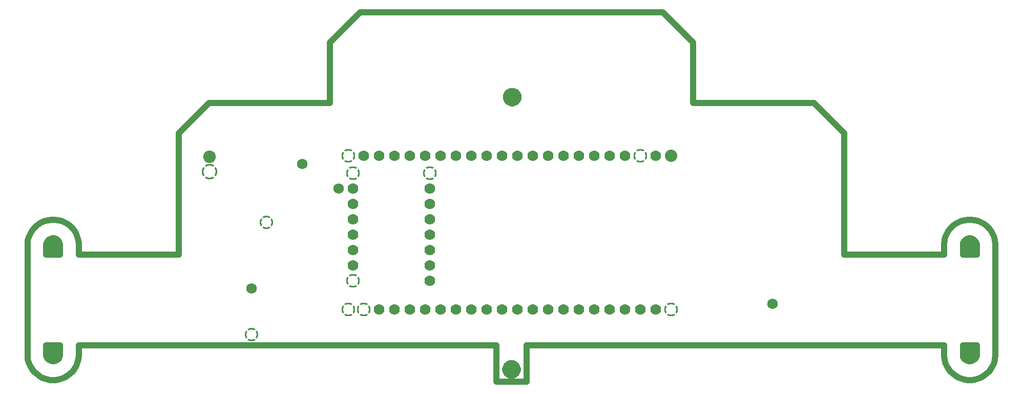
<source format=gbr>
%TF.GenerationSoftware,Altium Limited,Altium Designer,24.7.2 (38)*%
G04 Layer_Physical_Order=2*
G04 Layer_Color=32768*
%FSLAX45Y45*%
%MOMM*%
%TF.SameCoordinates,4658354D-353F-4C49-8F46-90FD7368F250*%
%TF.FilePolarity,Negative*%
%TF.FileFunction,Copper,L2,Inr,Plane*%
%TF.Part,Single*%
G01*
G75*
%TA.AperFunction,NonConductor*%
%ADD25C,1.01600*%
%TA.AperFunction,ComponentPad*%
%ADD26C,2.06600*%
G04:AMPARAMS|DCode=27|XSize=2.574mm|YSize=2.574mm|CornerRadius=0mm|HoleSize=0mm|Usage=FLASHONLY|Rotation=0.000|XOffset=0mm|YOffset=0mm|HoleType=Round|Shape=Relief|Width=0.254mm|Gap=0.254mm|Entries=4|*
%AMTHD27*
7,0,0,2.57400,2.06600,0.25400,45*
%
%ADD27THD27*%
%ADD28C,1.77800*%
G04:AMPARAMS|DCode=29|XSize=2.286mm|YSize=2.286mm|CornerRadius=0mm|HoleSize=0mm|Usage=FLASHONLY|Rotation=0.000|XOffset=0mm|YOffset=0mm|HoleType=Round|Shape=Relief|Width=0.254mm|Gap=0.254mm|Entries=4|*
%AMTHD29*
7,0,0,2.28600,1.77800,0.25400,45*
%
%ADD29THD29*%
%ADD30C,2.03200*%
%TA.AperFunction,ViaPad*%
%ADD31C,1.72720*%
G04:AMPARAMS|DCode=32|XSize=2.2352mm|YSize=2.2352mm|CornerRadius=0mm|HoleSize=0mm|Usage=FLASHONLY|Rotation=0.000|XOffset=0mm|YOffset=0mm|HoleType=Round|Shape=Relief|Width=0.254mm|Gap=0.254mm|Entries=4|*
%AMTHD32*
7,0,0,2.23520,1.72720,0.25400,45*
%
%ADD32THD32*%
G36*
X8361098Y6054861D02*
X8379752Y6047134D01*
X8396540Y6035917D01*
X8410817Y6021640D01*
X8422034Y6004852D01*
X8429761Y5986198D01*
X8433700Y5966395D01*
Y5956300D01*
Y5946205D01*
X8429761Y5926402D01*
X8422034Y5907748D01*
X8410817Y5890960D01*
X8396540Y5876683D01*
X8379752Y5865466D01*
X8361098Y5857739D01*
X8341295Y5853800D01*
X8321105D01*
X8301302Y5857739D01*
X8282648Y5865466D01*
X8265860Y5876683D01*
X8251583Y5890960D01*
X8240366Y5907748D01*
X8232639Y5926402D01*
X8228700Y5946205D01*
Y5956300D01*
Y5966395D01*
X8232639Y5986198D01*
X8240366Y6004852D01*
X8251583Y6021640D01*
X8265860Y6035917D01*
X8282648Y6047134D01*
X8301302Y6054861D01*
X8321105Y6058800D01*
X8341295D01*
X8361098Y6054861D01*
D02*
G37*
G36*
X15938252Y3615098D02*
X15964478Y3599958D01*
X15985889Y3578547D01*
X16001028Y3552323D01*
X16008865Y3523075D01*
Y3507935D01*
Y3357935D01*
X15778865D01*
Y3507935D01*
Y3523075D01*
X15786702Y3552323D01*
X15801842Y3578547D01*
X15823253Y3599958D01*
X15849477Y3615098D01*
X15878725Y3622935D01*
X15909006D01*
X15938252Y3615098D01*
D02*
G37*
G36*
X788253D02*
X814476Y3599958D01*
X835888Y3578547D01*
X851028Y3552323D01*
X858865Y3523075D01*
Y3507935D01*
Y3357935D01*
X628865D01*
Y3507935D01*
Y3523075D01*
X636702Y3552323D01*
X651842Y3578547D01*
X673253Y3599958D01*
X699476Y3615098D01*
X728725Y3622935D01*
X759005D01*
X788253Y3615098D01*
D02*
G37*
G36*
X16008865Y1707935D02*
Y1692795D01*
X16001028Y1663547D01*
X15985889Y1637323D01*
X15964478Y1615912D01*
X15938252Y1600772D01*
X15909006Y1592935D01*
X15878725D01*
X15849477Y1600772D01*
X15823253Y1615912D01*
X15801842Y1637323D01*
X15786702Y1663547D01*
X15778865Y1692795D01*
Y1707935D01*
Y1857935D01*
X16008865D01*
Y1707935D01*
D02*
G37*
G36*
X858865D02*
Y1692795D01*
X851028Y1663547D01*
X835888Y1637323D01*
X814476Y1615912D01*
X788253Y1600772D01*
X759005Y1592935D01*
X728725D01*
X699476Y1600772D01*
X673253Y1615912D01*
X651842Y1637323D01*
X636702Y1663547D01*
X628865Y1692795D01*
Y1707935D01*
Y1857935D01*
X858865D01*
Y1707935D01*
D02*
G37*
G36*
X8348763Y1556496D02*
X8367417Y1548769D01*
X8384205Y1537552D01*
X8398482Y1523275D01*
X8409699Y1506487D01*
X8417426Y1487833D01*
X8421365Y1468030D01*
Y1457935D01*
Y1447840D01*
X8417426Y1428037D01*
X8409699Y1409383D01*
X8398482Y1392595D01*
X8384205Y1378318D01*
X8367417Y1367101D01*
X8348763Y1359374D01*
X8328960Y1355435D01*
X8308770D01*
X8288967Y1359374D01*
X8270313Y1367101D01*
X8253525Y1378318D01*
X8239248Y1392595D01*
X8228031Y1409383D01*
X8220304Y1428037D01*
X8216365Y1447840D01*
Y1457935D01*
Y1468030D01*
X8220304Y1487833D01*
X8228031Y1506487D01*
X8239248Y1523275D01*
X8253525Y1537552D01*
X8270313Y1548769D01*
X8288967Y1556496D01*
X8308770Y1560435D01*
X8328960D01*
X8348763Y1556496D01*
D02*
G37*
D25*
X8328960Y1560435D02*
X8348763Y1556496D01*
X8367417Y1548769D01*
X8384205Y1537552D01*
X8398482Y1523275D01*
X8409699Y1506487D01*
X8417426Y1487833D01*
X8421365Y1468030D01*
Y1457935D02*
Y1468030D01*
Y1447840D02*
Y1457935D01*
X8417426Y1428037D02*
X8421365Y1447840D01*
X8409699Y1409383D02*
X8417426Y1428037D01*
X8398482Y1392595D02*
X8409699Y1409383D01*
X8384205Y1378318D02*
X8398482Y1392595D01*
X8367417Y1367101D02*
X8384205Y1378318D01*
X8348763Y1359374D02*
X8367417Y1367101D01*
X8328960Y1355435D02*
X8348763Y1359374D01*
X8308770Y1355435D02*
X8328960D01*
X8288967Y1359374D02*
X8308770Y1355435D01*
X8270313Y1367101D02*
X8288967Y1359374D01*
X8253525Y1378318D02*
X8270313Y1367101D01*
X8239248Y1392595D02*
X8253525Y1378318D01*
X8228031Y1409383D02*
X8239248Y1392595D01*
X8220304Y1428037D02*
X8228031Y1409383D01*
X8216365Y1447840D02*
X8220304Y1428037D01*
X8216365Y1447840D02*
Y1457935D01*
Y1468030D01*
X8220304Y1487833D01*
X8228031Y1506487D01*
X8239248Y1523275D01*
X8253525Y1537552D01*
X8270313Y1548769D01*
X8288967Y1556496D01*
X8308770Y1560435D01*
X8328960D01*
X8341295Y6058800D02*
X8361098Y6054861D01*
X8379752Y6047134D01*
X8396540Y6035917D01*
X8410817Y6021640D01*
X8422034Y6004852D01*
X8429761Y5986198D01*
X8433700Y5966395D01*
Y5956300D02*
Y5966395D01*
Y5946205D02*
Y5956300D01*
X8429761Y5926402D02*
X8433700Y5946205D01*
X8422034Y5907748D02*
X8429761Y5926402D01*
X8410817Y5890960D02*
X8422034Y5907748D01*
X8396540Y5876683D02*
X8410817Y5890960D01*
X8379752Y5865466D02*
X8396540Y5876683D01*
X8361098Y5857739D02*
X8379752Y5865466D01*
X8341295Y5853800D02*
X8361098Y5857739D01*
X8321105Y5853800D02*
X8341295D01*
X8301302Y5857739D02*
X8321105Y5853800D01*
X8282648Y5865466D02*
X8301302Y5857739D01*
X8265860Y5876683D02*
X8282648Y5865466D01*
X8251583Y5890960D02*
X8265860Y5876683D01*
X8240366Y5907748D02*
X8251583Y5890960D01*
X8232639Y5926402D02*
X8240366Y5907748D01*
X8228700Y5946205D02*
X8232639Y5926402D01*
X8228700Y5946205D02*
Y5956300D01*
Y5966395D01*
X8232639Y5986198D01*
X8240366Y6004852D01*
X8251583Y6021640D01*
X8265860Y6035917D01*
X8282648Y6047134D01*
X8301302Y6054861D01*
X8321105Y6058800D01*
X8341295D01*
X16008865Y1707935D02*
Y1857935D01*
Y1692795D02*
Y1707935D01*
X16001028Y1663547D02*
X16008865Y1692795D01*
X15985889Y1637323D02*
X16001028Y1663547D01*
X15964478Y1615912D02*
X15985889Y1637323D01*
X15938252Y1600772D02*
X15964478Y1615912D01*
X15909006Y1592935D02*
X15938252Y1600772D01*
X15878725Y1592935D02*
X15909006D01*
X15849477Y1600772D02*
X15878725Y1592935D01*
X15823253Y1615912D02*
X15849477Y1600772D01*
X15801842Y1637323D02*
X15823253Y1615912D01*
X15786702Y1663547D02*
X15801842Y1637323D01*
X15778865Y1692795D02*
X15786702Y1663547D01*
X15778865Y1692795D02*
Y1707935D01*
Y1857935D01*
X16008865D01*
X15909006Y3622935D02*
X15938252Y3615098D01*
X15964478Y3599958D01*
X15985889Y3578547D01*
X16001028Y3552323D01*
X16008865Y3523075D01*
Y3507935D02*
Y3523075D01*
Y3357935D02*
Y3507935D01*
X15778865Y3357935D02*
X16008865D01*
X15778865D02*
Y3507935D01*
Y3523075D01*
X15786702Y3552323D01*
X15801842Y3578547D01*
X15823253Y3599958D01*
X15849477Y3615098D01*
X15878725Y3622935D01*
X15909006D01*
X858865Y1707935D02*
Y1857935D01*
Y1692795D02*
Y1707935D01*
X851028Y1663547D02*
X858865Y1692795D01*
X835888Y1637323D02*
X851028Y1663547D01*
X814476Y1615912D02*
X835888Y1637323D01*
X788253Y1600772D02*
X814476Y1615912D01*
X759005Y1592935D02*
X788253Y1600772D01*
X728725Y1592935D02*
X759005D01*
X699476Y1600772D02*
X728725Y1592935D01*
X673253Y1615912D02*
X699476Y1600772D01*
X651842Y1637323D02*
X673253Y1615912D01*
X636702Y1663547D02*
X651842Y1637323D01*
X628865Y1692795D02*
X636702Y1663547D01*
X628865Y1692795D02*
Y1707935D01*
Y1857935D01*
X858865D01*
X759005Y3622935D02*
X788253Y3615098D01*
X814476Y3599958D01*
X835888Y3578547D01*
X851028Y3552323D01*
X858865Y3523075D01*
Y3507935D02*
Y3523075D01*
Y3357935D02*
Y3507935D01*
X628865Y3357935D02*
X858865D01*
X628865D02*
Y3507935D01*
Y3523075D01*
X636702Y3552323D01*
X651842Y3578547D01*
X673253Y3599958D01*
X699476Y3615098D01*
X728725Y3622935D01*
X759005D01*
X1168865Y3535791D02*
X1168865Y3507935D01*
X1161593Y3591026D02*
X1168865Y3535791D01*
X1147173Y3644840D02*
X1161593Y3591026D01*
X1125853Y3696311D02*
X1147173Y3644840D01*
X1097998Y3744559D02*
X1125853Y3696311D01*
X1064082Y3788758D02*
X1097998Y3744559D01*
X1024688Y3828152D02*
X1064082Y3788758D01*
X980489Y3862068D02*
X1024688Y3828152D01*
X932241Y3889924D02*
X980489Y3862068D01*
X880770Y3911244D02*
X932241Y3889924D01*
X826956Y3925663D02*
X880770Y3911244D01*
X771721Y3932935D02*
X826956Y3925663D01*
X716009Y3932935D02*
X771721D01*
X660773Y3925663D02*
X716009Y3932935D01*
X606960Y3911244D02*
X660773Y3925663D01*
X555489Y3889924D02*
X606960Y3911244D01*
X507241Y3862068D02*
X555489Y3889924D01*
X463041Y3828152D02*
X507241Y3862068D01*
X423647Y3788758D02*
X463041Y3828152D01*
X389732Y3744559D02*
X423647Y3788758D01*
X361876Y3696311D02*
X389732Y3744559D01*
X340556Y3644840D02*
X361876Y3696311D01*
X326137Y3591026D02*
X340556Y3644840D01*
X318865Y3535791D02*
X326137Y3591026D01*
X318865Y3507935D02*
Y3535791D01*
X318865Y1680079D02*
Y1707935D01*
Y1680079D02*
X326137Y1624844D01*
X340556Y1571030D01*
X361876Y1519559D01*
X389732Y1471311D01*
X423648Y1427112D01*
X463042Y1387718D01*
X507241Y1353802D01*
X555489Y1325946D01*
X606960Y1304626D01*
X660774Y1290207D01*
X716009Y1282935D01*
X771721D01*
X826956Y1290207D01*
X880770Y1304626D01*
X932241Y1325946D01*
X980489Y1353802D01*
X1024688Y1387718D01*
X1064082Y1427112D01*
X1097998Y1471311D01*
X1125854Y1519559D01*
X1147174Y1571030D01*
X1161593Y1624844D01*
X1168865Y1680079D01*
Y1707935D01*
X15468864Y1680079D02*
Y1707935D01*
Y1680079D02*
X15476137Y1624844D01*
X15490556Y1571030D01*
X15511876Y1519559D01*
X15539732Y1471311D01*
X15573647Y1427112D01*
X15613042Y1387718D01*
X15657240Y1353802D01*
X15705489Y1325946D01*
X15756960Y1304626D01*
X15810773Y1290207D01*
X15866010Y1282935D01*
X15921721D01*
X15976956Y1290207D01*
X16030769Y1304626D01*
X16082240Y1325946D01*
X16130489Y1353802D01*
X16174689Y1387718D01*
X16214082Y1427112D01*
X16247997Y1471311D01*
X16275853Y1519559D01*
X16297173Y1571030D01*
X16311594Y1624844D01*
X16318864Y1680079D01*
Y1707935D01*
Y3507935D01*
Y3535791D01*
X16311594Y3591026D02*
X16318864Y3535791D01*
X16297173Y3644840D02*
X16311594Y3591026D01*
X16275853Y3696311D02*
X16297173Y3644840D01*
X16247997Y3744559D02*
X16275853Y3696311D01*
X16214082Y3788758D02*
X16247997Y3744559D01*
X16174689Y3828152D02*
X16214082Y3788758D01*
X16130489Y3862068D02*
X16174689Y3828152D01*
X16082240Y3889924D02*
X16130489Y3862068D01*
X16030769Y3911244D02*
X16082240Y3889924D01*
X15976956Y3925663D02*
X16030769Y3911244D01*
X15921721Y3932935D02*
X15976956Y3925663D01*
X15866010Y3932935D02*
X15921721D01*
X15810773Y3925663D02*
X15866010Y3932935D01*
X15756960Y3911244D02*
X15810773Y3925663D01*
X15705489Y3889924D02*
X15756960Y3911244D01*
X15657240Y3862068D02*
X15705489Y3889924D01*
X15613042Y3828152D02*
X15657240Y3862068D01*
X15573647Y3788758D02*
X15613042Y3828152D01*
X15539732Y3744559D02*
X15573647Y3788758D01*
X15511876Y3696311D02*
X15539732Y3744559D01*
X15490556Y3644840D02*
X15511876Y3696311D01*
X15476137Y3591026D02*
X15490556Y3644840D01*
X15468864Y3535791D02*
X15476137Y3591026D01*
X15468864Y3507935D02*
Y3535791D01*
X1168865Y1707935D02*
Y1857935D01*
X8068865D01*
Y1257935D02*
Y1857935D01*
Y1257935D02*
X8568865D01*
Y1857935D01*
X15468864D01*
Y1707935D02*
Y1857935D01*
Y3357935D02*
Y3507935D01*
X13818864Y3357935D02*
X15468864D01*
X13818864D02*
Y5357935D01*
X13318864Y5857935D02*
X13818864Y5357935D01*
X11318865Y5857935D02*
X13318864D01*
X11318865D02*
Y6857935D01*
X10818865Y7357935D02*
X11318865Y6857935D01*
X5818865Y7357935D02*
X10818865D01*
X5318865Y6857935D02*
X5818865Y7357935D01*
X5318865Y5857935D02*
Y6857935D01*
X3318865Y5857935D02*
X5318865D01*
X2818865Y5357935D02*
X3318865Y5857935D01*
X2818865Y3357935D02*
Y5357935D01*
X1168865Y3357935D02*
X2818865D01*
X1168865D02*
Y3507935D01*
X318865D02*
X318865Y1707935D01*
D26*
X3327400Y4974400D02*
D03*
D27*
Y4724400D02*
D03*
D28*
X6972300Y2921000D02*
D03*
Y3175000D02*
D03*
Y3429000D02*
D03*
Y3683000D02*
D03*
Y3937000D02*
D03*
Y4191000D02*
D03*
Y4445000D02*
D03*
X5702300D02*
D03*
Y4191000D02*
D03*
Y3937000D02*
D03*
Y3683000D02*
D03*
Y3429000D02*
D03*
Y3175000D02*
D03*
X10706100Y4991100D02*
D03*
X10198100D02*
D03*
X9944100D02*
D03*
X9690100D02*
D03*
X9436100D02*
D03*
X9182100D02*
D03*
X8928100D02*
D03*
X8674100D02*
D03*
X8420100D02*
D03*
X8166100D02*
D03*
X7912100D02*
D03*
X7658100D02*
D03*
X7404100D02*
D03*
X7150100D02*
D03*
X6896100D02*
D03*
X6642100D02*
D03*
X6388100D02*
D03*
X6134100D02*
D03*
X5880100D02*
D03*
X10706100Y2451100D02*
D03*
X10452100D02*
D03*
X10198100D02*
D03*
X9944100D02*
D03*
X9690100D02*
D03*
X9436100D02*
D03*
X9182100D02*
D03*
X8928100D02*
D03*
X8674100D02*
D03*
X8420100D02*
D03*
X8166100D02*
D03*
X7912100D02*
D03*
X7658100D02*
D03*
X7404100D02*
D03*
X6896100D02*
D03*
X6642100D02*
D03*
X6388100D02*
D03*
X6134100D02*
D03*
X7150100D02*
D03*
D29*
X6972300Y4699000D02*
D03*
X5702300D02*
D03*
Y2921000D02*
D03*
X10452100Y4991100D02*
D03*
X5626100D02*
D03*
X10960100Y2451100D02*
D03*
X5880100D02*
D03*
X5626100D02*
D03*
D30*
X10960100Y4991100D02*
D03*
D31*
X5461000Y4445000D02*
D03*
X4025900Y2794000D02*
D03*
X4864100Y4851400D02*
D03*
X12636500Y2540000D02*
D03*
D32*
X4025900Y2032000D02*
D03*
X4267200Y3886200D02*
D03*
%TF.MD5,b2bbaf56cec08e0335d031f1b39c43db*%
M02*

</source>
